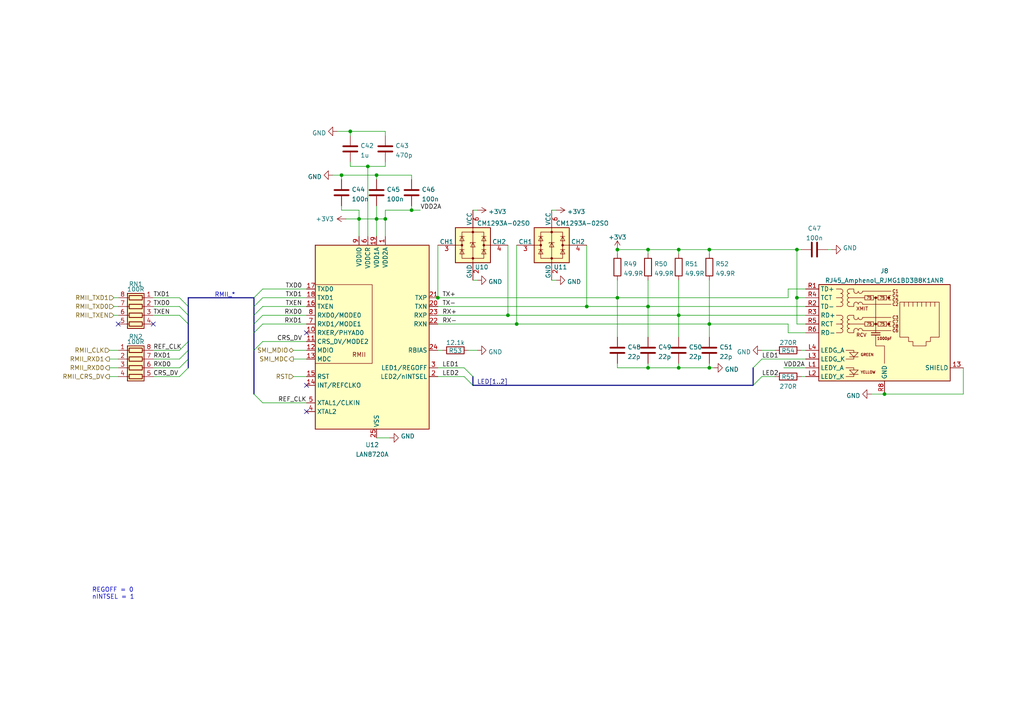
<source format=kicad_sch>
(kicad_sch (version 20230121) (generator eeschema)
  (paper "A4")
  (lib_symbols
    (symbol "Connector:RJ45_Amphenol_RJMG1BD3B8K1ANR"
      (property "Reference" "J" (at 19.05 15.24 0))
      (property "Value" "RJ45_Amphenol_RJMG1BD3B8K1ANR" (at -19.05 15.24 0))
      (symbol "RJ45_Amphenol_RJMG1BD3B8K1ANR_0_0"
        (circle (center -2.54 2.54) (radius 0.254) (stroke (width 0.254)) (fill (type outline)))
        (circle (center -2.54 10.16) (radius 0.254) (stroke (width 0.254)) (fill (type outline)))
        (polyline (pts (xy -7.62 -12.065) (xy -10.16 -12.065)))
        (polyline (pts (xy -7.62 -6.985) (xy -10.16 -6.985)))
        (polyline (pts (xy -2.54 10.16) (xy -2.54 0)))
        (polyline (pts (xy -1.27 -0.635) (xy -3.81 -0.635)) (stroke (width 0.254)))
        (polyline (pts (xy -1.27 0) (xy -3.81 0)) (stroke (width 0.254)))
        (polyline (pts (xy 1.27 2.54) (xy 0.635 2.54)))
        (polyline (pts (xy 1.27 10.16) (xy 0.635 10.16)))
        (polyline (pts (xy -11.176 -12.7) (xy -8.89 -12.7) (xy -8.89 -12.065)))
        (polyline (pts (xy -11.176 -10.16) (xy -8.89 -10.16) (xy -8.89 -10.795)))
        (polyline (pts (xy -11.176 -5.08) (xy -8.89 -5.08) (xy -8.89 -5.715)))
        (polyline (pts (xy -8.89 -6.985) (xy -8.89 -7.62) (xy -11.176 -7.62)))
        (polyline (pts (xy -10.16 -5.715) (xy -7.62 -5.715) (xy -8.89 -6.985) (xy -10.16 -5.715)))
        (polyline (pts (xy -7.62 -10.795) (xy -10.16 -10.795) (xy -8.89 -12.065) (xy -7.62 -10.795)))
        (polyline (pts (xy -2.54 -0.635) (xy -2.54 -3.81) (xy 0 -3.81) (xy 0 -8.89)))
        (polyline (pts (xy 1.905 3.175) (xy 1.27 3.175) (xy 1.27 1.905) (xy 1.905 1.905)))
        (polyline (pts (xy 1.905 10.795) (xy 1.27 10.795) (xy 1.27 9.525) (xy 1.905 9.525)))
        (circle (center 1.27 2.54) (radius 0.254) (stroke (width 0.254)) (fill (type outline)))
        (circle (center 1.27 10.16) (radius 0.254) (stroke (width 0.254)) (fill (type outline)))
        (text "1000pF" (at 0 -1.651 0) (effects (font (size 0.762 0.762))))
        (text "75" (at -4.445 2.54 0) (effects (font (size 0.762 0.762))))
        (text "75" (at -4.445 10.16 0) (effects (font (size 0.762 0.762))))
        (text "75" (at -0.635 2.54 0) (effects (font (size 0.762 0.762))))
        (text "75" (at -0.635 10.16 0) (effects (font (size 0.762 0.762))))
        (text "C1" (at 3.175 12.065 0) (effects (font (size 0.889 0.889))))
        (text "C2" (at 3.175 8.255 0) (effects (font (size 0.889 0.889))))
        (text "C3" (at 3.175 4.445 0) (effects (font (size 0.889 0.889))))
        (text "C4" (at 3.175 10.795 0) (effects (font (size 0.889 0.889))))
        (text "C5" (at 3.175 9.525 0) (effects (font (size 0.889 0.889))))
        (text "C6" (at 3.175 0.635 0) (effects (font (size 0.889 0.889))))
        (text "C7" (at 3.175 3.175 0) (effects (font (size 0.889 0.889))))
        (text "C8" (at 3.175 1.905 0) (effects (font (size 0.889 0.889))))
        (text "GREEN" (at -6.985 -6.35 0) (effects (font (size 0.762 0.762)) (justify left)))
        (text "RCV" (at -8.255 -0.635 0) (effects (font (size 1.016 1.016)) (justify left)))
        (text "XMIT" (at -8.255 6.985 0) (effects (font (size 1.016 1.016)) (justify left)))
        (text "YELLOW" (at -6.985 -11.43 0) (effects (font (size 0.762 0.762)) (justify left)))
      )
      (symbol "RJ45_Amphenol_RJMG1BD3B8K1ANR_0_1"
        (rectangle (start -19.05 -13.97) (end 19.05 13.97) (stroke (width 0.254)) (fill (type background)))
        (arc (start -12.7 0) (mid -12.0677 0.635) (end -12.7 1.27))
        (arc (start -12.7 1.27) (mid -12.0677 1.905) (end -12.7 2.54))
        (arc (start -12.7 2.54) (mid -12.0677 3.175) (end -12.7 3.81))
        (arc (start -12.7 3.81) (mid -12.0677 4.445) (end -12.7 5.08))
        (arc (start -12.7 7.62) (mid -12.0677 8.255) (end -12.7 8.89))
        (arc (start -12.7 8.89) (mid -12.0677 9.525) (end -12.7 10.16))
        (arc (start -12.7 10.16) (mid -12.0677 10.795) (end -12.7 11.43))
        (arc (start -12.7 11.43) (mid -12.0677 12.065) (end -12.7 12.7))
        (arc (start -10.16 1.27) (mid -10.7923 0.635) (end -10.16 0))
        (arc (start -10.16 2.54) (mid -10.7923 1.905) (end -10.16 1.27))
        (arc (start -10.16 3.81) (mid -10.7923 3.175) (end -10.16 2.54))
        (arc (start -10.16 5.08) (mid -10.7923 4.445) (end -10.16 3.81))
        (arc (start -10.16 8.89) (mid -10.7923 8.255) (end -10.16 7.62))
        (arc (start -10.16 10.16) (mid -10.7923 9.525) (end -10.16 8.89))
        (arc (start -10.16 11.43) (mid -10.7923 10.795) (end -10.16 10.16))
        (arc (start -10.16 12.7) (mid -10.7923 12.065) (end -10.16 11.43))
        (arc (start -8.89 4.445) (mid -8.255 3.8127) (end -7.62 4.445))
        (arc (start -8.89 12.065) (mid -8.255 11.4327) (end -7.62 12.065))
        (arc (start -7.62 0.635) (mid -8.255 1.2673) (end -8.89 0.635))
        (arc (start -7.62 4.445) (mid -6.985 3.8127) (end -6.35 4.445))
        (arc (start -7.62 8.255) (mid -8.255 8.8873) (end -8.89 8.255))
        (arc (start -7.62 12.065) (mid -6.985 11.4327) (end -6.35 12.065))
        (arc (start -6.35 0.635) (mid -6.985 1.2673) (end -7.62 0.635))
        (arc (start -6.35 8.255) (mid -6.985 8.8873) (end -7.62 8.255))
        (rectangle (start -5.715 3.175) (end -3.175 1.905))
        (rectangle (start -5.715 10.795) (end -3.175 9.525))
        (rectangle (start -1.905 3.175) (end 0.635 1.905))
        (rectangle (start -1.905 10.795) (end 0.635 9.525))
        (polyline (pts (xy -12.7 0) (xy -13.97 0)))
        (polyline (pts (xy -12.7 2.54) (xy -13.97 2.54)))
        (polyline (pts (xy -12.7 5.08) (xy -13.97 5.08)))
        (polyline (pts (xy -12.7 7.62) (xy -13.97 7.62)))
        (polyline (pts (xy -12.7 10.16) (xy -13.97 10.16)))
        (polyline (pts (xy -12.7 12.7) (xy -13.97 12.7)))
        (polyline (pts (xy -6.35 0.635) (xy 1.905 0.635)))
        (polyline (pts (xy -6.35 4.445) (xy 1.905 4.445)))
        (polyline (pts (xy -6.35 8.255) (xy 1.905 8.255)))
        (polyline (pts (xy -6.35 12.065) (xy 1.905 12.065)))
        (polyline (pts (xy -5.715 2.54) (xy -10.16 2.54)))
        (polyline (pts (xy -5.715 10.16) (xy -10.16 10.16)))
        (polyline (pts (xy -3.175 2.54) (xy -1.905 2.54)))
        (polyline (pts (xy -3.175 10.16) (xy -1.905 10.16)))
        (polyline (pts (xy 5.715 7.62) (xy 5.715 8.89)))
        (polyline (pts (xy 6.985 8.89) (xy 6.985 7.62)))
        (polyline (pts (xy 8.255 8.89) (xy 8.255 7.62)))
        (polyline (pts (xy 9.525 8.89) (xy 9.525 7.62)))
        (polyline (pts (xy 10.795 8.89) (xy 10.795 7.62)))
        (polyline (pts (xy 12.065 8.89) (xy 12.065 7.62)))
        (polyline (pts (xy 13.335 7.62) (xy 13.335 8.89)))
        (polyline (pts (xy 14.605 7.62) (xy 14.605 8.89)))
        (polyline (pts (xy -10.16 5.08) (xy -8.89 5.08) (xy -8.89 4.445)))
        (polyline (pts (xy -10.16 12.7) (xy -8.89 12.7) (xy -8.89 12.065)))
        (polyline (pts (xy -8.89 0.635) (xy -8.89 0) (xy -10.16 0)))
        (polyline (pts (xy -8.89 8.255) (xy -8.89 7.62) (xy -10.16 7.62)))
        (polyline (pts (xy 4.445 8.89) (xy 15.875 8.89) (xy 15.875 -1.27) (xy 13.335 -1.27) (xy 13.335 -2.54) (xy 12.065 -2.54) (xy 12.065 -3.81) (xy 8.255 -3.81) (xy 8.255 -2.54) (xy 6.985 -2.54) (xy 6.985 -1.27) (xy 4.445 -1.27) (xy 4.445 8.89)))
      )
      (symbol "RJ45_Amphenol_RJMG1BD3B8K1ANR_1_1"
        (pin passive line (at 22.86 -10.16 180) (length 3.81) (name "SHIELD") (number "13"))
        (pin passive line (at -22.86 -10.16 0) (length 3.81) (name "LEDY_A") (number "L1"))
        (pin passive line (at -22.86 -12.7 0) (length 3.81) (name "LEDY_K") (number "L2"))
        (pin passive line (at -22.86 -7.62 0) (length 3.81) (name "LEDG_K") (number "L3"))
        (pin passive line (at -22.86 -5.08 0) (length 3.81) (name "LEDG_A") (number "L4"))
        (pin passive line (at -22.86 12.7 0) (length 3.81) (name "TD+") (number "R1"))
        (pin passive line (at -22.86 7.62 0) (length 3.81) (name "TD-") (number "R2"))
        (pin passive line (at -22.86 5.08 0) (length 3.81) (name "RD+") (number "R3"))
        (pin passive line (at -22.86 10.16 0) (length 3.81) (name "TCT") (number "R4"))
        (pin passive line (at -22.86 2.54 0) (length 3.81) (name "RCT") (number "R5"))
        (pin passive line (at -22.86 0 0) (length 3.81) (name "RD-") (number "R6"))
        (pin no_connect line (at 5.08 -5.08 0) (length 0) hide (name "NC") (number "R7"))
        (pin power_in line (at 0 -17.78 90) (length 3.81) (name "GND") (number "R8"))
      )
    )
    (symbol "Device:C" (pin_numbers hide) (pin_names (offset 0.254))
      (property "Reference" "C" (at 0.635 2.54 0))
      (property "Value" "C" (at 0.635 -2.54 0))
      (symbol "C_0_1"
        (polyline (pts (xy -2.032 -0.762) (xy 2.032 -0.762)) (stroke (width 0.508)))
        (polyline (pts (xy -2.032 0.762) (xy 2.032 0.762)) (stroke (width 0.508)))
      )
      (symbol "C_1_1"
        (pin passive line (at 0 3.81 270) (length 2.794) (name "~") (number "1"))
        (pin passive line (at 0 -3.81 90) (length 2.794) (name "~") (number "2"))
      )
    )
    (symbol "Device:R" (pin_numbers hide) (pin_names (offset 0))
      (property "Reference" "R" (at 2.032 0 90))
      (property "Value" "R" (at 0 0 90))
      (symbol "R_0_1"
        (rectangle (start -1.016 -2.54) (end 1.016 2.54) (stroke (width 0.254)))
      )
      (symbol "R_1_1"
        (pin passive line (at 0 3.81 270) (length 1.27) (name "~") (number "1"))
        (pin passive line (at 0 -3.81 90) (length 1.27) (name "~") (number "2"))
      )
    )
    (symbol "Device:R_Pack04" (pin_names (offset 0) hide)
      (property "Reference" "RN" (at -7.62 0 90))
      (property "Value" "R_Pack04" (at 5.08 0 90))
      (symbol "R_Pack04_0_1"
        (rectangle (start -6.35 -2.413) (end 3.81 2.413) (stroke (width 0.254)) (fill (type background)))
        (rectangle (start -5.715 1.905) (end -4.445 -1.905) (stroke (width 0.254)))
        (rectangle (start -3.175 1.905) (end -1.905 -1.905) (stroke (width 0.254)))
        (rectangle (start -0.635 1.905) (end 0.635 -1.905) (stroke (width 0.254)))
        (polyline (pts (xy -5.08 -2.54) (xy -5.08 -1.905)))
        (polyline (pts (xy -5.08 1.905) (xy -5.08 2.54)))
        (polyline (pts (xy -2.54 -2.54) (xy -2.54 -1.905)))
        (polyline (pts (xy -2.54 1.905) (xy -2.54 2.54)))
        (polyline (pts (xy 0 -2.54) (xy 0 -1.905)))
        (polyline (pts (xy 0 1.905) (xy 0 2.54)))
        (polyline (pts (xy 2.54 -2.54) (xy 2.54 -1.905)))
        (polyline (pts (xy 2.54 1.905) (xy 2.54 2.54)))
        (rectangle (start 1.905 1.905) (end 3.175 -1.905) (stroke (width 0.254)))
      )
      (symbol "R_Pack04_1_1"
        (pin passive line (at -5.08 -5.08 90) (length 2.54) (name "R1.1") (number "1"))
        (pin passive line (at -2.54 -5.08 90) (length 2.54) (name "R2.1") (number "2"))
        (pin passive line (at 0 -5.08 90) (length 2.54) (name "R3.1") (number "3"))
        (pin passive line (at 2.54 -5.08 90) (length 2.54) (name "R4.1") (number "4"))
        (pin passive line (at 2.54 5.08 270) (length 2.54) (name "R4.2") (number "5"))
        (pin passive line (at 0 5.08 270) (length 2.54) (name "R3.2") (number "6"))
        (pin passive line (at -2.54 5.08 270) (length 2.54) (name "R2.2") (number "7"))
        (pin passive line (at -5.08 5.08 270) (length 2.54) (name "R1.2") (number "8"))
      )
    )
    (symbol "Interface_Ethernet:LAN8720A"
      (property "Reference" "U" (at -13.97 29.21 0))
      (property "Value" "LAN8720A" (at 15.24 29.21 0))
      (symbol "LAN8720A_0_0"
        (text "RMII" (at -5.08 -3.81 0) (effects (font (size 1.27 1.27))))
      )
      (symbol "LAN8720A_0_1"
        (rectangle (start -17.78 27.94) (end 15.24 -25.4) (stroke (width 0.254)) (fill (type background)))
        (polyline (pts (xy -17.78 -6.35) (xy -1.27 -6.35) (xy -1.27 16.51) (xy -17.78 16.51)))
      )
      (symbol "LAN8720A_1_1"
        (pin power_in line (at 2.54 30.48 270) (length 2.54) (name "VDD2A") (number "1"))
        (pin output line (at -20.32 2.54 0) (length 2.54) (name "RXER/PHYAD0") (number "10"))
        (pin output line (at -20.32 0 0) (length 2.54) (name "CRS_DV/MODE2") (number "11"))
        (pin bidirectional line (at -20.32 -2.54 0) (length 2.54) (name "MDIO") (number "12"))
        (pin input line (at -20.32 -5.08 0) (length 2.54) (name "MDC") (number "13"))
        (pin output line (at -20.32 -12.7 0) (length 2.54) (name "INT/REFCLKO") (number "14"))
        (pin input line (at -20.32 -10.16 0) (length 2.54) (name "RST") (number "15"))
        (pin input line (at -20.32 10.16 0) (length 2.54) (name "TXEN") (number "16"))
        (pin input line (at -20.32 15.24 0) (length 2.54) (name "TXD0") (number "17"))
        (pin input line (at -20.32 12.7 0) (length 2.54) (name "TXD1") (number "18"))
        (pin power_in line (at 0 30.48 270) (length 2.54) (name "VDD1A") (number "19"))
        (pin bidirectional line (at 17.78 -10.16 180) (length 2.54) (name "LED2/nINTSEL") (number "2"))
        (pin output line (at 17.78 10.16 180) (length 2.54) (name "TXN") (number "20"))
        (pin output line (at 17.78 12.7 180) (length 2.54) (name "TXP") (number "21"))
        (pin output line (at 17.78 5.08 180) (length 2.54) (name "RXN") (number "22"))
        (pin output line (at 17.78 7.62 180) (length 2.54) (name "RXP") (number "23"))
        (pin input line (at 17.78 -2.54 180) (length 2.54) (name "RBIAS") (number "24"))
        (pin power_in line (at 0 -27.94 90) (length 2.54) (name "VSS") (number "25"))
        (pin bidirectional line (at 17.78 -7.62 180) (length 2.54) (name "LED1/REGOFF") (number "3"))
        (pin passive line (at -20.32 -20.32 0) (length 2.54) (name "XTAL2") (number "4"))
        (pin passive line (at -20.32 -17.78 0) (length 2.54) (name "XTAL1/CLKIN") (number "5"))
        (pin power_in line (at -2.54 30.48 270) (length 2.54) (name "VDDCR") (number "6"))
        (pin output line (at -20.32 5.08 0) (length 2.54) (name "RXD1/MODE1") (number "7"))
        (pin output line (at -20.32 7.62 0) (length 2.54) (name "RXD0/MODE0") (number "8"))
        (pin power_in line (at -5.08 30.48 270) (length 2.54) (name "VDDIO") (number "9"))
      )
    )
    (symbol "Power_Protection:CM1293A-02SO" (pin_names (offset 0))
      (property "Reference" "U" (at 1.27 6.35 0))
      (property "Value" "CM1293A-02SO" (at 7.62 -7.62 0))
      (symbol "CM1293A-02SO_0_1"
        (rectangle (start -5.08 5.08) (end 5.08 -5.08) (stroke (width 0.254)) (fill (type background)))
        (circle (center -3.175 0) (radius 0.2794) (fill (type outline)))
        (rectangle (start -3.175 3.81) (end 3.175 -3.81))
        (circle (center 0 -3.81) (radius 0.2794) (fill (type outline)))
        (polyline (pts (xy -5.08 0) (xy -3.175 0)))
        (polyline (pts (xy -3.81 -1.27) (xy -2.54 -1.27)))
        (polyline (pts (xy -3.81 2.54) (xy -2.54 2.54)))
        (polyline (pts (xy 0 5.08) (xy 0 -5.08)) (stroke (width 0.1524)))
        (polyline (pts (xy 2.54 -1.27) (xy 3.81 -1.27)))
        (polyline (pts (xy 2.54 2.54) (xy 3.81 2.54)))
        (polyline (pts (xy 5.08 0) (xy 3.175 0)))
        (polyline (pts (xy 0.762 0.762) (xy -0.762 0.762) (xy -0.762 0.508)))
        (polyline (pts (xy -2.54 -2.54) (xy -3.81 -2.54) (xy -3.175 -1.27) (xy -2.54 -2.54)))
        (polyline (pts (xy -2.54 1.27) (xy -3.81 1.27) (xy -3.175 2.54) (xy -2.54 1.27)))
        (polyline (pts (xy 0.635 -0.508) (xy -0.635 -0.508) (xy 0 0.762) (xy 0.635 -0.508)))
        (polyline (pts (xy 3.81 -2.54) (xy 2.54 -2.54) (xy 3.175 -1.27) (xy 3.81 -2.54)))
        (polyline (pts (xy 3.81 1.27) (xy 2.54 1.27) (xy 3.175 2.54) (xy 3.81 1.27)))
        (circle (center 0 3.81) (radius 0.2794) (fill (type outline)))
        (circle (center 3.175 0) (radius 0.2794) (fill (type outline)))
      )
      (symbol "CM1293A-02SO_1_1"
        (pin no_connect line (at 3.175 -5.08 90) (length 5.08) hide (name "NC") (number "1"))
        (pin passive line (at 0 -10.16 90) (length 5.08) (name "GND") (number "2"))
        (pin passive line (at -10.16 0 0) (length 5.08) (name "CH1") (number "3"))
        (pin passive line (at 10.16 0 180) (length 5.08) (name "CH2") (number "4"))
        (pin no_connect line (at 3.175 -5.08 90) (length 5.08) hide (name "NC") (number "5"))
        (pin passive line (at 0 10.16 270) (length 5.08) (name "VCC") (number "6"))
      )
    )
    (symbol "power:+3V3" (power) (pin_names (offset 0))
      (property "Value" "+3V3" (at 0 3.556 0))
      (symbol "+3V3_0_1"
        (polyline (pts (xy -0.762 1.27) (xy 0 2.54)))
        (polyline (pts (xy 0 0) (xy 0 2.54)))
        (polyline (pts (xy 0 2.54) (xy 0.762 1.27)))
      )
      (symbol "+3V3_1_1"
        (pin power_in line (at 0 0 90) (length 0) hide (name "+3V3") (number "1"))
      )
    )
    (symbol "power:GND" (power) (pin_names (offset 0))
      (property "Value" "GND" (at 0 -3.81 0))
      (symbol "GND_0_1"
        (polyline (pts (xy 0 0) (xy 0 -1.27) (xy 1.27 -1.27) (xy 0 -2.54) (xy -1.27 -1.27) (xy 0 -1.27)))
      )
      (symbol "GND_1_1"
        (pin power_in line (at 0 0 270) (length 0) hide (name "GND") (number "1"))
      )
    )
  )
  (junction (at 256.54 114.3))
  (junction (at 104.14 63.5))
  (junction (at 170.18 88.9))
  (junction (at 196.85 106.68))
  (junction (at 101.6 38.1))
  (junction (at 106.68 48.26))
  (junction (at 205.74 106.68))
  (junction (at 109.22 50.8))
  (junction (at 179.07 86.36))
  (junction (at 179.07 72.39))
  (junction (at 109.22 63.5))
  (junction (at 231.14 86.36))
  (junction (at 187.96 72.39))
  (junction (at 111.76 63.5))
  (junction (at 196.85 91.44))
  (junction (at 119.38 60.96))
  (junction (at 187.96 106.68))
  (junction (at 231.14 72.39))
  (junction (at 187.96 88.9))
  (junction (at 127 86.36))
  (junction (at 205.74 93.98))
  (junction (at 149.86 93.98))
  (junction (at 196.85 72.39))
  (junction (at 99.06 50.8))
  (junction (at 205.74 72.39))
  (junction (at 147.32 91.44))
  (no_connect (at 34.29 93.98))
  (no_connect (at 88.9 96.52))
  (no_connect (at 44.45 93.98))
  (no_connect (at 88.9 119.38))
  (no_connect (at 88.9 111.76))
  (bus_entry (at 76.2 93.98) (size -2.54 2.54))
  (bus_entry (at 52.07 88.9) (size 2.54 2.54))
  (bus_entry (at 76.2 116.84) (size -2.54 -2.54))
  (bus_entry (at 52.07 106.68) (size 2.54 -2.54))
  (bus_entry (at 76.2 91.44) (size -2.54 2.54))
  (bus_entry (at 220.98 109.22) (size -2.54 2.54))
  (bus_entry (at 73.66 88.9) (size 2.54 -2.54))
  (bus_entry (at 73.66 86.36) (size 2.54 -2.54))
  (bus_entry (at 52.07 101.6) (size 2.54 -2.54))
  (bus_entry (at 52.07 109.22) (size 2.54 -2.54))
  (bus_entry (at 76.2 88.9) (size -2.54 2.54))
  (bus_entry (at 52.07 91.44) (size 2.54 2.54))
  (bus_entry (at 134.62 109.22) (size 2.54 2.54))
  (bus_entry (at 134.62 106.68) (size 2.54 2.54))
  (bus_entry (at 220.98 104.14) (size -2.54 2.54))
  (bus_entry (at 76.2 99.06) (size -2.54 2.54))
  (bus_entry (at 52.07 86.36) (size 2.54 2.54))
  (bus_entry (at 52.07 104.14) (size 2.54 -2.54))
  (wire (pts (xy 187.96 88.9) (xy 233.68 88.9)))
  (wire (pts (xy 147.32 71.12) (xy 147.32 91.44)))
  (wire (pts (xy 44.45 106.68) (xy 52.07 106.68)))
  (wire (pts (xy 76.2 116.84) (xy 88.9 116.84)))
  (wire (pts (xy 279.4 106.68) (xy 279.4 114.3)))
  (wire (pts (xy 127 71.12) (xy 127 86.36)))
  (wire (pts (xy 44.45 109.22) (xy 52.07 109.22)))
  (wire (pts (xy 127 88.9) (xy 170.18 88.9)))
  (wire (pts (xy 101.6 48.26) (xy 101.6 46.99)))
  (bus (pts (xy 73.66 91.44) (xy 73.66 93.98)))
  (wire (pts (xy 205.74 93.98) (xy 205.74 97.79)))
  (bus (pts (xy 137.16 109.22) (xy 137.16 111.76)))
  (wire (pts (xy 196.85 81.28) (xy 196.85 91.44)))
  (wire (pts (xy 196.85 91.44) (xy 233.68 91.44)))
  (wire (pts (xy 109.22 50.8) (xy 109.22 52.07)))
  (wire (pts (xy 99.06 60.96) (xy 104.14 60.96)))
  (wire (pts (xy 231.14 93.98) (xy 233.68 93.98)))
  (bus (pts (xy 73.66 93.98) (xy 73.66 96.52)))
  (wire (pts (xy 220.98 101.6) (xy 224.79 101.6)))
  (wire (pts (xy 205.74 93.98) (xy 228.6 93.98)))
  (wire (pts (xy 187.96 106.68) (xy 187.96 105.41)))
  (wire (pts (xy 99.06 60.96) (xy 99.06 59.69)))
  (wire (pts (xy 31.75 106.68) (xy 34.29 106.68)))
  (wire (pts (xy 111.76 63.5) (xy 111.76 68.58)))
  (wire (pts (xy 205.74 72.39) (xy 196.85 72.39)))
  (bus (pts (xy 54.61 86.36) (xy 54.61 88.9)))
  (wire (pts (xy 127 86.36) (xy 179.07 86.36)))
  (wire (pts (xy 104.14 60.96) (xy 104.14 63.5)))
  (bus (pts (xy 73.66 96.52) (xy 73.66 101.6)))
  (wire (pts (xy 228.6 96.52) (xy 233.68 96.52)))
  (wire (pts (xy 256.54 114.3) (xy 279.4 114.3)))
  (wire (pts (xy 233.68 86.36) (xy 231.14 86.36)))
  (wire (pts (xy 179.07 81.28) (xy 179.07 86.36)))
  (bus (pts (xy 54.61 88.9) (xy 54.61 91.44)))
  (wire (pts (xy 111.76 48.26) (xy 111.76 46.99)))
  (wire (pts (xy 187.96 72.39) (xy 187.96 73.66)))
  (wire (pts (xy 31.75 109.22) (xy 34.29 109.22)))
  (wire (pts (xy 170.18 71.12) (xy 170.18 88.9)))
  (wire (pts (xy 99.06 50.8) (xy 109.22 50.8)))
  (wire (pts (xy 76.2 99.06) (xy 88.9 99.06)))
  (bus (pts (xy 54.61 93.98) (xy 54.61 99.06)))
  (wire (pts (xy 205.74 81.28) (xy 205.74 93.98)))
  (wire (pts (xy 232.41 101.6) (xy 233.68 101.6)))
  (wire (pts (xy 179.07 72.39) (xy 179.07 73.66)))
  (wire (pts (xy 187.96 106.68) (xy 179.07 106.68)))
  (wire (pts (xy 196.85 91.44) (xy 196.85 97.79)))
  (wire (pts (xy 85.09 104.14) (xy 88.9 104.14)))
  (wire (pts (xy 179.07 86.36) (xy 179.07 97.79)))
  (wire (pts (xy 220.98 104.14) (xy 233.68 104.14)))
  (wire (pts (xy 127 106.68) (xy 134.62 106.68)))
  (wire (pts (xy 187.96 81.28) (xy 187.96 88.9)))
  (wire (pts (xy 240.03 72.39) (xy 241.3 72.39)))
  (wire (pts (xy 161.29 60.96) (xy 160.02 60.96)))
  (wire (pts (xy 228.6 83.82) (xy 233.68 83.82)))
  (wire (pts (xy 106.68 68.58) (xy 106.68 48.26)))
  (wire (pts (xy 160.02 81.28) (xy 161.29 81.28)))
  (bus (pts (xy 54.61 101.6) (xy 54.61 104.14)))
  (wire (pts (xy 127 93.98) (xy 149.86 93.98)))
  (wire (pts (xy 111.76 38.1) (xy 111.76 39.37)))
  (wire (pts (xy 231.14 86.36) (xy 231.14 93.98)))
  (wire (pts (xy 31.75 104.14) (xy 34.29 104.14)))
  (wire (pts (xy 147.32 91.44) (xy 196.85 91.44)))
  (wire (pts (xy 135.89 101.6) (xy 138.43 101.6)))
  (wire (pts (xy 101.6 38.1) (xy 101.6 39.37)))
  (bus (pts (xy 218.44 106.68) (xy 218.44 111.76)))
  (wire (pts (xy 31.75 101.6) (xy 34.29 101.6)))
  (wire (pts (xy 187.96 88.9) (xy 187.96 97.79)))
  (wire (pts (xy 119.38 50.8) (xy 119.38 52.07)))
  (wire (pts (xy 104.14 63.5) (xy 109.22 63.5)))
  (wire (pts (xy 111.76 60.96) (xy 119.38 60.96)))
  (bus (pts (xy 137.16 111.76) (xy 218.44 111.76)))
  (wire (pts (xy 44.45 86.36) (xy 52.07 86.36)))
  (wire (pts (xy 76.2 86.36) (xy 88.9 86.36)))
  (wire (pts (xy 187.96 106.68) (xy 196.85 106.68)))
  (wire (pts (xy 101.6 38.1) (xy 111.76 38.1)))
  (bus (pts (xy 54.61 91.44) (xy 54.61 93.98)))
  (wire (pts (xy 109.22 63.5) (xy 109.22 68.58)))
  (wire (pts (xy 227.33 106.68) (xy 233.68 106.68)))
  (wire (pts (xy 109.22 63.5) (xy 111.76 63.5)))
  (wire (pts (xy 205.74 72.39) (xy 205.74 73.66)))
  (wire (pts (xy 228.6 93.98) (xy 228.6 96.52)))
  (wire (pts (xy 109.22 127) (xy 113.03 127)))
  (wire (pts (xy 137.16 81.28) (xy 138.43 81.28)))
  (wire (pts (xy 119.38 60.96) (xy 119.38 59.69)))
  (bus (pts (xy 54.61 104.14) (xy 54.61 106.68)))
  (wire (pts (xy 97.79 38.1) (xy 101.6 38.1)))
  (wire (pts (xy 119.38 60.96) (xy 121.92 60.96)))
  (wire (pts (xy 44.45 91.44) (xy 52.07 91.44)))
  (wire (pts (xy 232.41 72.39) (xy 231.14 72.39)))
  (wire (pts (xy 76.2 91.44) (xy 88.9 91.44)))
  (wire (pts (xy 100.33 63.5) (xy 104.14 63.5)))
  (wire (pts (xy 85.09 101.6) (xy 88.9 101.6)))
  (wire (pts (xy 44.45 104.14) (xy 52.07 104.14)))
  (wire (pts (xy 252.73 114.3) (xy 256.54 114.3)))
  (wire (pts (xy 99.06 50.8) (xy 99.06 52.07)))
  (wire (pts (xy 138.43 60.96) (xy 137.16 60.96)))
  (bus (pts (xy 73.66 86.36) (xy 54.61 86.36)))
  (wire (pts (xy 33.02 91.44) (xy 34.29 91.44)))
  (wire (pts (xy 187.96 72.39) (xy 179.07 72.39)))
  (bus (pts (xy 73.66 88.9) (xy 73.66 91.44)))
  (wire (pts (xy 179.07 86.36) (xy 228.6 86.36)))
  (wire (pts (xy 76.2 93.98) (xy 88.9 93.98)))
  (wire (pts (xy 85.09 109.22) (xy 88.9 109.22)))
  (wire (pts (xy 96.52 50.8) (xy 99.06 50.8)))
  (wire (pts (xy 232.41 109.22) (xy 233.68 109.22)))
  (wire (pts (xy 33.02 88.9) (xy 34.29 88.9)))
  (wire (pts (xy 228.6 86.36) (xy 228.6 83.82)))
  (wire (pts (xy 127 109.22) (xy 134.62 109.22)))
  (bus (pts (xy 73.66 101.6) (xy 73.66 114.3)))
  (wire (pts (xy 220.98 109.22) (xy 224.79 109.22)))
  (wire (pts (xy 106.68 48.26) (xy 111.76 48.26)))
  (wire (pts (xy 196.85 106.68) (xy 205.74 106.68)))
  (bus (pts (xy 73.66 86.36) (xy 73.66 88.9)))
  (wire (pts (xy 104.14 63.5) (xy 104.14 68.58)))
  (wire (pts (xy 179.07 106.68) (xy 179.07 105.41)))
  (wire (pts (xy 44.45 88.9) (xy 52.07 88.9)))
  (wire (pts (xy 196.85 72.39) (xy 196.85 73.66)))
  (wire (pts (xy 76.2 88.9) (xy 88.9 88.9)))
  (wire (pts (xy 196.85 106.68) (xy 196.85 105.41)))
  (wire (pts (xy 196.85 72.39) (xy 187.96 72.39)))
  (wire (pts (xy 149.86 93.98) (xy 205.74 93.98)))
  (wire (pts (xy 106.68 48.26) (xy 101.6 48.26)))
  (wire (pts (xy 231.14 86.36) (xy 231.14 72.39)))
  (wire (pts (xy 111.76 60.96) (xy 111.76 63.5)))
  (wire (pts (xy 44.45 101.6) (xy 52.07 101.6)))
  (wire (pts (xy 205.74 72.39) (xy 231.14 72.39)))
  (wire (pts (xy 127 101.6) (xy 128.27 101.6)))
  (wire (pts (xy 205.74 106.68) (xy 205.74 105.41)))
  (wire (pts (xy 109.22 50.8) (xy 119.38 50.8)))
  (wire (pts (xy 33.02 86.36) (xy 34.29 86.36)))
  (wire (pts (xy 76.2 83.82) (xy 88.9 83.82)))
  (wire (pts (xy 205.74 106.68) (xy 207.01 106.68)))
  (wire (pts (xy 127 91.44) (xy 147.32 91.44)))
  (bus (pts (xy 54.61 99.06) (xy 54.61 101.6)))
  (wire (pts (xy 109.22 59.69) (xy 109.22 63.5)))
  (wire (pts (xy 149.86 71.12) (xy 149.86 93.98)))
  (wire (pts (xy 170.18 88.9) (xy 187.96 88.9)))
  (text "REGOFF = 0\nnINTSEL = 1" (at 26.67 173.99 0) (effects (font (size 1.27 1.27)) (justify left bottom)))
  (text "RMII_*" (at 62.23 86.36 0) (effects (font (size 1.27 1.27)) (justify left bottom)))
  (label "TXEN" (at 87.63 88.9 180))
  (label "LED2" (at 128.27 109.22 0))
  (label "LED2" (at 220.98 109.22 0))
  (label "VDD2A" (at 121.92 60.96 0))
  (label "RXD1" (at 44.45 104.14 0))
  (label "VDD2A" (at 227.33 106.68 0))
  (label "RXD0" (at 44.45 106.68 0))
  (label "LED1" (at 220.98 104.14 0))
  (label "TX-" (at 128.27 88.9 0))
  (label "TXD1" (at 87.63 86.36 180))
  (label "LED[1..2]" (at 147.32 111.76 180))
  (label "RX-" (at 128.27 93.98 0))
  (label "RXD0" (at 87.63 91.44 180))
  (label "TXEN" (at 44.45 91.44 0))
  (label "REF_CLK" (at 88.9 116.84 180))
  (label "LED1" (at 128.27 106.68 0))
  (label "REF_CLK" (at 44.45 101.6 0))
  (label "RX+" (at 128.27 91.44 0))
  (label "TXD0" (at 44.45 88.9 0))
  (label "CRS_DV" (at 44.45 109.22 0))
  (label "RXD1" (at 87.63 93.98 180))
  (label "TXD1" (at 44.45 86.36 0))
  (label "TX+" (at 128.27 86.36 0))
  (label "CRS_DV" (at 87.63 99.06 180))
  (label "TXD0" (at 87.63 83.82 180))
  (hierarchical_label "RMII_RXD0" (shape output) (at 31.75 106.68 180))
  (hierarchical_label "RMII_CLK" (shape input) (at 31.75 101.6 180))
  (hierarchical_label "RMII_RXD1" (shape output) (at 31.75 104.14 180))
  (hierarchical_label "RST" (shape input) (at 85.09 109.22 180))
  (hierarchical_label "RMII_TXEN" (shape input) (at 33.02 91.44 180))
  (hierarchical_label "RMII_CRS_DV" (shape output) (at 31.75 109.22 180))
  (hierarchical_label "RMII_TXD1" (shape input) (at 33.02 86.36 180))
  (hierarchical_label "SMI_MDC" (shape output) (at 85.09 104.14 180))
  (hierarchical_label "SMI_MDIO" (shape bidirectional) (at 85.09 101.6 180))
  (hierarchical_label "RMII_TXD0" (shape input) (at 33.02 88.9 180))
  (symbol (lib_id "Device:C") (at 196.85 101.6 0) (unit 1)
    (property "Reference" "C50" (at 199.7711 100.6915 0) (effects (justify left)))
    (property "Value" "22p" (at 199.7711 103.4666 0) (effects (justify left)))
    (property "Footprint" "Capacitor_SMD:C_0402_1005Metric_Pad0.74x0.62mm_HandSolder" (effects hide))
    (property "Mouser" "https://cz.mouser.com/ProductDetail/187-CL21C220JBANFNC" (effects hide))
  )
  (symbol (lib_id "Power_Protection:CM1293A-02SO") (at 160.02 71.12 0) (unit 1)
    (property "Reference" "U11" (at 162.56 77.47 0))
    (property "Value" "CM1293A-02SO" (at 168.91 64.77 0))
    (property "Footprint" "Package_SO:SC-74-6_1.5x2.9mm_P0.95mm" (effects hide))
    (property "Datasheet" "https://www.onsemi.com/pdf/datasheet/cm1293a-d.pdf" (effects hide))
  )
  (symbol (lib_id "power:GND") (at 241.3 72.39 90) (unit 1)
    (property "Reference" "#PWR089" (effects hide))
    (property "Value" "GND" (at 244.475 71.911 90) (effects (justify right)))
  )
  (symbol (lib_id "Device:R") (at 187.96 77.47 0) (unit 1)
    (property "Reference" "R50" (at 189.7381 76.5615 0) (effects (justify left)))
    (property "Value" "49.9R" (at 189.7381 79.3366 0) (effects (justify left)))
    (property "Footprint" "Resistor_SMD:R_0402_1005Metric_Pad0.72x0.64mm_HandSolder" (effects hide))
    (property "Mouser" "https://cz.mouser.com/ProductDetail/652-CR0805FX-49R9ELF" (effects hide))
  )
  (symbol (lib_id "Device:C") (at 187.96 101.6 0) (unit 1)
    (property "Reference" "C49" (at 190.8811 100.6915 0) (effects (justify left)))
    (property "Value" "22p" (at 190.8811 103.4666 0) (effects (justify left)))
    (property "Footprint" "Capacitor_SMD:C_0402_1005Metric_Pad0.74x0.62mm_HandSolder" (effects hide))
    (property "Mouser" "https://cz.mouser.com/ProductDetail/187-CL21C220JBANFNC" (effects hide))
  )
  (symbol (lib_id "Interface_Ethernet:LAN8720A") (at 109.22 99.06 0) (unit 1)
    (property "Reference" "U12" (at 107.95 129.0226 0))
    (property "Value" "LAN8720A" (at 107.95 131.7977 0))
    (property "Footprint" "Package_DFN_QFN:QFN-24-1EP_4x4mm_P0.5mm_EP2.6x2.6mm" (effects hide))
    (property "Datasheet" "http://ww1.microchip.com/downloads/en/DeviceDoc/8720a.pdf" (effects hide))
    (property "Mouser" "https://cz.mouser.com/ProductDetail/886-LAN8720AI-CP-TR" (effects hide))
  )
  (symbol (lib_id "Device:C") (at 111.76 43.18 0) (unit 1)
    (property "Reference" "C43" (at 114.6811 42.2715 0) (effects (justify left)))
    (property "Value" "470p" (at 114.6811 45.0466 0) (effects (justify left)))
    (property "Footprint" "Capacitor_SMD:C_0402_1005Metric_Pad0.74x0.62mm_HandSolder" (effects hide))
  )
  (symbol (lib_id "Connector:RJ45_Amphenol_RJMG1BD3B8K1ANR") (at 256.54 96.52 0) (unit 1)
    (property "Reference" "J8" (at 256.54 78.5834 0))
    (property "Value" "RJ45_Amphenol_RJMG1BD3B8K1ANR" (at 256.54 81.3585 0))
    (property "Footprint" "Connector_RJ:RJ45_Amphenol_RJMG1BD3B8K1ANR" (effects hide))
    (property "Datasheet" "https://www.amphenolcanada.com/ProductSearch/Drawings/AC/RJMG1BD3B8K1ANR.PDF" (effects hide))
  )
  (symbol (lib_id "power:GND") (at 138.43 81.28 90) (unit 1)
    (property "Reference" "#PWR090" (effects hide))
    (property "Value" "GND" (at 141.605 81.7138 90) (effects (justify right)))
  )
  (symbol (lib_id "power:GND") (at 161.29 81.28 90) (unit 1)
    (property "Reference" "#PWR091" (effects hide))
    (property "Value" "GND" (at 164.465 81.7138 90) (effects (justify right)))
  )
  (symbol (lib_id "Device:R") (at 132.08 101.6 270) (unit 1)
    (property "Reference" "R53" (at 132.08 101.6974 90))
    (property "Value" "12.1k" (at 132.08 99.3925 90))
    (property "Footprint" "Resistor_SMD:R_0402_1005Metric_Pad0.72x0.64mm_HandSolder" (effects hide))
    (property "Mouser" "https://cz.mouser.com/ProductDetail/652-CR0805FX-1212ELF" (effects hide))
  )
  (symbol (lib_id "Device:R_Pack04") (at 39.37 106.68 270) (unit 1)
    (property "Reference" "RN2" (at 39.37 97.6334 90))
    (property "Value" "100R" (at 39.37 99.1385 90))
    (property "Footprint" "Resistor_SMD:R_Array_Convex_4x0603" (effects hide))
    (property "Datasheet" "https://cz.mouser.com/datasheet/2/54/CATCAY-777361.pdf" (effects hide))
    (property "Mouser" "https://cz.mouser.com/ProductDetail/652-CAY16-1000F4LF" (effects hide))
  )
  (symbol (lib_id "power:GND") (at 113.03 127 90) (unit 1)
    (property "Reference" "#PWR096" (effects hide))
    (property "Value" "GND" (at 116.205 126.521 90) (effects (justify right)))
  )
  (symbol (lib_id "Device:C") (at 109.22 55.88 0) (unit 1)
    (property "Reference" "C45" (at 112.1411 54.9715 0) (effects (justify left)))
    (property "Value" "100n" (at 112.1411 57.7466 0) (effects (justify left)))
    (property "Footprint" "Capacitor_SMD:C_0402_1005Metric_Pad0.74x0.62mm_HandSolder" (effects hide))
    (property "Mouser" "https://cz.mouser.com/ProductDetail/187-CL21B104KCFSFNE" (effects hide))
  )
  (symbol (lib_id "power:GND") (at 252.73 114.3 270) (unit 1)
    (property "Reference" "#PWR095" (effects hide))
    (property "Value" "GND" (at 249.555 114.779 90) (effects (justify right)))
  )
  (symbol (lib_id "power:+3V3") (at 161.29 60.96 270) (unit 1)
    (property "Reference" "#PWR086" (effects hide))
    (property "Value" "+3V3" (at 164.465 61.3938 90) (effects (justify left)))
  )
  (symbol (lib_id "power:GND") (at 207.01 106.68 90) (unit 1)
    (property "Reference" "#PWR094" (effects hide))
    (property "Value" "GND" (at 210.1851 107.159 90) (effects (justify right)))
  )
  (symbol (lib_id "Device:C") (at 179.07 101.6 0) (unit 1)
    (property "Reference" "C48" (at 181.9911 100.6915 0) (effects (justify left)))
    (property "Value" "22p" (at 181.9911 103.4666 0) (effects (justify left)))
    (property "Footprint" "Capacitor_SMD:C_0402_1005Metric_Pad0.74x0.62mm_HandSolder" (effects hide))
    (property "Mouser" "https://cz.mouser.com/ProductDetail/187-CL21C220JBANFNC" (effects hide))
  )
  (symbol (lib_id "Device:R") (at 228.6 109.22 90) (unit 1)
    (property "Reference" "R55" (at 228.6 109.3174 90))
    (property "Value" "270R" (at 228.6 112.0925 90))
    (property "Footprint" "Resistor_SMD:R_0402_1005Metric_Pad0.72x0.64mm_HandSolder" (effects hide))
  )
  (symbol (lib_id "power:GND") (at 138.43 101.6 90) (unit 1)
    (property "Reference" "#PWR092" (effects hide))
    (property "Value" "GND" (at 141.6051 102.079 90) (effects (justify right)))
  )
  (symbol (lib_id "Device:R") (at 179.07 77.47 0) (unit 1)
    (property "Reference" "R49" (at 180.8481 76.5615 0) (effects (justify left)))
    (property "Value" "49.9R" (at 180.8481 79.3366 0) (effects (justify left)))
    (property "Footprint" "Resistor_SMD:R_0402_1005Metric_Pad0.72x0.64mm_HandSolder" (effects hide))
    (property "Mouser" "https://cz.mouser.com/ProductDetail/652-CR0805FX-49R9ELF" (effects hide))
  )
  (symbol (lib_id "power:+3V3") (at 179.07 72.39 0) (unit 1)
    (property "Reference" "#PWR088" (effects hide))
    (property "Value" "+3V3" (at 179.07 68.8142 0))
  )
  (symbol (lib_id "power:GND") (at 220.98 101.6 270) (unit 1)
    (property "Reference" "#PWR093" (effects hide))
    (property "Value" "GND" (at 217.805 102.079 90) (effects (justify right)))
  )
  (symbol (lib_id "power:GND") (at 97.79 38.1 270) (unit 1)
    (property "Reference" "#PWR083" (effects hide))
    (property "Value" "GND" (at 94.615 38.579 90) (effects (justify right)))
  )
  (symbol (lib_id "power:+3V3") (at 138.43 60.96 270) (unit 1)
    (property "Reference" "#PWR085" (effects hide))
    (property "Value" "+3V3" (at 141.605 61.3938 90) (effects (justify left)))
  )
  (symbol (lib_id "power:GND") (at 96.52 50.8 270) (unit 1)
    (property "Reference" "#PWR084" (effects hide))
    (property "Value" "GND" (at 93.345 51.279 90) (effects (justify right)))
  )
  (symbol (lib_id "Device:C") (at 236.22 72.39 270) (unit 1)
    (property "Reference" "C47" (at 236.22 66.2644 90))
    (property "Value" "100n" (at 236.22 69.0395 90))
    (property "Footprint" "Capacitor_SMD:C_0402_1005Metric_Pad0.74x0.62mm_HandSolder" (effects hide))
    (property "Mouser" "https://cz.mouser.com/ProductDetail/187-CL21B104KCFSFNE" (effects hide))
  )
  (symbol (lib_id "Device:C") (at 205.74 101.6 0) (unit 1)
    (property "Reference" "C51" (at 208.6611 100.6915 0) (effects (justify left)))
    (property "Value" "22p" (at 208.6611 103.4666 0) (effects (justify left)))
    (property "Footprint" "Capacitor_SMD:C_0402_1005Metric_Pad0.74x0.62mm_HandSolder" (effects hide))
    (property "Mouser" "https://cz.mouser.com/ProductDetail/187-CL21C220JBANFNC" (effects hide))
  )
  (symbol (lib_id "power:+3V3") (at 100.33 63.5 90) (unit 1)
    (property "Reference" "#PWR087" (effects hide))
    (property "Value" "+3V3" (at 94.1854 63.5 90))
  )
  (symbol (lib_id "Device:R") (at 228.6 101.6 90) (unit 1)
    (property "Reference" "R54" (at 228.6 101.6974 90))
    (property "Value" "270R" (at 228.6 99.3925 90))
    (property "Footprint" "Resistor_SMD:R_0402_1005Metric_Pad0.72x0.64mm_HandSolder" (effects hide))
  )
  (symbol (lib_id "Device:R") (at 205.74 77.47 0) (unit 1)
    (property "Reference" "R52" (at 207.5181 76.5615 0) (effects (justify left)))
    (property "Value" "49.9R" (at 207.5181 79.3366 0) (effects (justify left)))
    (property "Footprint" "Resistor_SMD:R_0402_1005Metric_Pad0.72x0.64mm_HandSolder" (effects hide))
    (property "Mouser" "https://cz.mouser.com/ProductDetail/652-CR0805FX-49R9ELF" (effects hide))
  )
  (symbol (lib_id "Device:R_Pack04") (at 39.37 91.44 90) (mirror x) (unit 1)
    (property "Reference" "RN1" (at 39.37 82.3934 90))
    (property "Value" "100R" (at 39.37 83.8985 90))
    (property "Footprint" "Resistor_SMD:R_Array_Convex_4x0603" (effects hide))
    (property "Datasheet" "https://cz.mouser.com/datasheet/2/54/CATCAY-777361.pdf" (effects hide))
    (property "Mouser" "https://cz.mouser.com/ProductDetail/652-CAY16-1000F4LF" (effects hide))
  )
  (symbol (lib_id "Device:C") (at 119.38 55.88 0) (unit 1)
    (property "Reference" "C46" (at 122.3011 54.9715 0) (effects (justify left)))
    (property "Value" "100n" (at 122.3011 57.7466 0) (effects (justify left)))
    (property "Footprint" "Capacitor_SMD:C_0402_1005Metric_Pad0.74x0.62mm_HandSolder" (effects hide))
    (property "Mouser" "https://cz.mouser.com/ProductDetail/187-CL21B104KCFSFNE" (effects hide))
  )
  (symbol (lib_id "Device:C") (at 101.6 43.18 0) (unit 1)
    (property "Reference" "C42" (at 104.5211 42.2715 0) (effects (justify left)))
    (property "Value" "1u" (at 104.5211 45.0466 0) (effects (justify left)))
    (property "Footprint" "Capacitor_SMD:C_0603_1608Metric_Pad1.08x0.95mm_HandSolder" (effects hide))
  )
  (symbol (lib_id "Power_Protection:CM1293A-02SO") (at 137.16 71.12 0) (unit 1)
    (property "Reference" "U10" (at 139.7 77.47 0))
    (property "Value" "CM1293A-02SO" (at 146.05 64.77 0))
    (property "Footprint" "Package_SO:SC-74-6_1.5x2.9mm_P0.95mm" (effects hide))
    (property "Datasheet" "https://www.onsemi.com/pdf/datasheet/cm1293a-d.pdf" (effects hide))
  )
  (symbol (lib_id "Device:C") (at 99.06 55.88 0) (unit 1)
    (property "Reference" "C44" (at 101.9811 54.9715 0) (effects (justify left)))
    (property "Value" "100n" (at 101.9811 57.7466 0) (effects (justify left)))
    (property "Footprint" "Capacitor_SMD:C_0402_1005Metric_Pad0.74x0.62mm_HandSolder" (effects hide))
    (property "Mouser" "https://cz.mouser.com/ProductDetail/187-CL21B104KCFSFNE" (effects hide))
  )
  (symbol (lib_id "Device:R") (at 196.85 77.47 0) (unit 1)
    (property "Reference" "R51" (at 198.6281 76.5615 0) (effects (justify left)))
    (property "Value" "49.9R" (at 198.6281 79.3366 0) (effects (justify left)))
    (property "Footprint" "Resistor_SMD:R_0402_1005Metric_Pad0.72x0.64mm_HandSolder" (effects hide))
    (property "Mouser" "https://cz.mouser.com/ProductDetail/652-CR0805FX-49R9ELF" (effects hide))
  )
)
</source>
